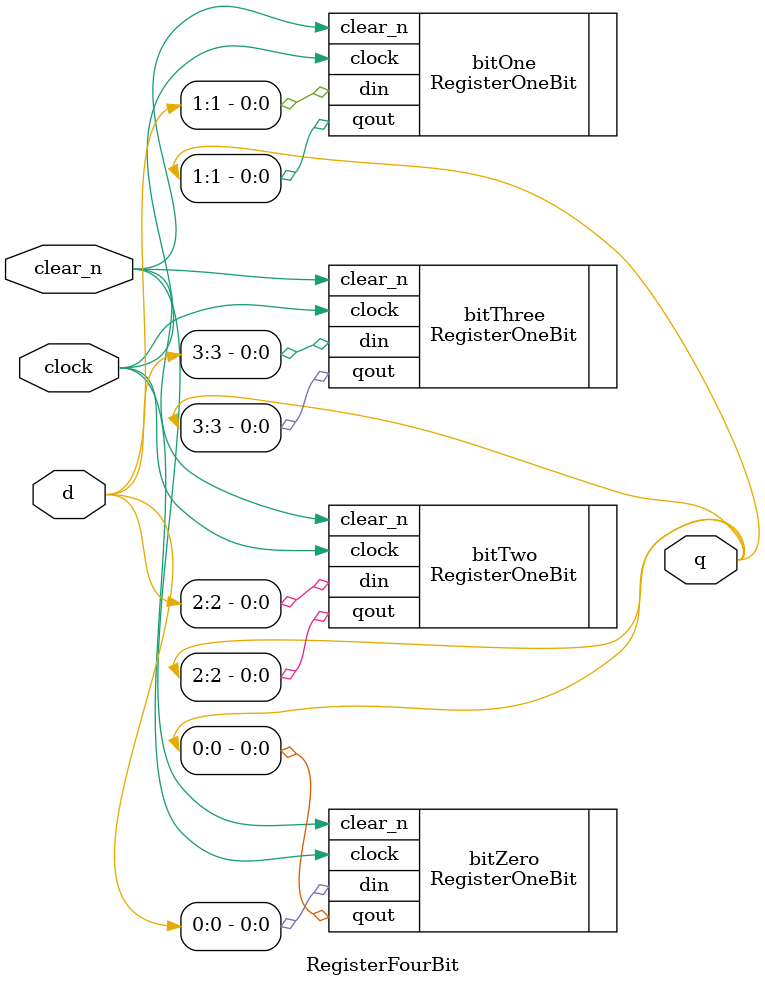
<source format=sv>
/* 
4 Bit Register 
*/

module RegisterFourBit (
	input logic clock, 
	input logic clear_n, // suffix _n usually indicates "active low' 
	input logic [3:0] d,
	output logic [3:0] q
);

/*
	NOTE: The clear function in this design is synchronous 
	meaning the counter will only be set to 0 on the rising edge of the clock
	*asynchronous* clear (called reset) would set the counter to 0 when 
	activated regardless of the clock signal
*/


	// Create four "OneBitRegister" instances 
	RegisterOneBit bitZero (.clock(clock), .clear_n(clear_n), .din(d[0]), .qout(q[0])); 
	RegisterOneBit bitOne (.clock(clock), .clear_n(clear_n), .din(d[1]), .qout(q[1]));
	RegisterOneBit bitTwo (.clock(clock), .clear_n(clear_n), .din(d[2]), .qout(q[2]));
	RegisterOneBit bitThree (.clock(clock), .clear_n(clear_n), .din(d[3]), .qout(q[3]));
	
endmodule 
</source>
